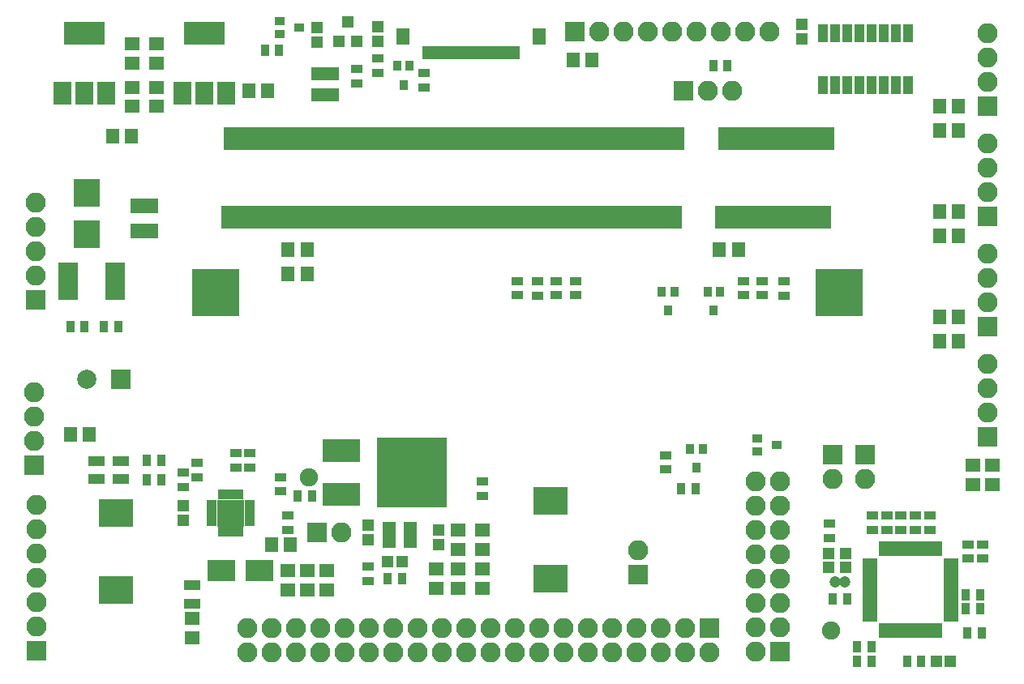
<source format=gts>
G04 #@! TF.FileFunction,Soldermask,Top*
%FSLAX46Y46*%
G04 Gerber Fmt 4.6, Leading zero omitted, Abs format (unit mm)*
G04 Created by KiCad (PCBNEW 4.0.6) date 05/08/17 11:25:49*
%MOMM*%
%LPD*%
G01*
G04 APERTURE LIST*
%ADD10C,0.100000*%
%ADD11R,0.650000X1.400000*%
%ADD12R,1.400000X1.740000*%
%ADD13R,1.650000X1.400000*%
%ADD14R,1.400000X1.650000*%
%ADD15R,1.150000X1.200000*%
%ADD16R,2.000000X2.000000*%
%ADD17C,2.000000*%
%ADD18R,1.200000X1.150000*%
%ADD19R,2.700000X2.900000*%
%ADD20R,0.850000X1.100000*%
%ADD21R,2.900000X2.200000*%
%ADD22R,3.900000X2.400000*%
%ADD23R,7.400000X7.400000*%
%ADD24R,1.050000X1.460000*%
%ADD25R,2.000000X3.900000*%
%ADD26R,4.200000X2.400000*%
%ADD27R,1.900000X2.400000*%
%ADD28R,1.460000X0.800000*%
%ADD29R,1.130000X0.700000*%
%ADD30R,0.700000X1.130000*%
%ADD31R,1.650000X1.650000*%
%ADD32R,1.000000X1.600000*%
%ADD33R,1.600000X1.000000*%
%ADD34R,1.200000X1.300000*%
%ADD35R,1.000000X1.900000*%
%ADD36R,2.100000X2.100000*%
%ADD37O,2.100000X2.100000*%
%ADD38R,3.600000X2.900000*%
%ADD39R,0.900000X1.300000*%
%ADD40R,1.300000X0.900000*%
%ADD41R,1.700000X1.100000*%
%ADD42R,1.050000X1.620000*%
%ADD43R,1.100000X0.850000*%
%ADD44C,1.200000*%
%ADD45C,1.900000*%
%ADD46R,0.750000X2.400000*%
%ADD47R,4.900000X5.000000*%
G04 APERTURE END LIST*
D10*
D11*
X165885000Y-41598000D03*
X165385000Y-41598000D03*
X164885000Y-41598000D03*
X164385000Y-41598000D03*
X163885000Y-41598000D03*
X163385000Y-41598000D03*
X162885000Y-41598000D03*
X162385000Y-41598000D03*
X161885000Y-41598000D03*
X161385000Y-41598000D03*
X160885000Y-41598000D03*
X160385000Y-41598000D03*
X159885000Y-41598000D03*
X159385000Y-41598000D03*
X158885000Y-41598000D03*
X158385000Y-41598000D03*
X157885000Y-41598000D03*
X157385000Y-41598000D03*
X156885000Y-41598000D03*
X156385000Y-41598000D03*
D12*
X168275000Y-39878000D03*
X153995000Y-39878000D03*
D13*
X162306000Y-91456000D03*
X162306000Y-93456000D03*
D14*
X125688600Y-50266600D03*
X123688600Y-50266600D03*
D13*
X159766000Y-91456000D03*
X159766000Y-93456000D03*
D15*
X157734000Y-92952000D03*
X157734000Y-91452000D03*
D13*
X125747200Y-42688000D03*
X125747200Y-40688000D03*
D15*
X150368000Y-90944000D03*
X150368000Y-92444000D03*
D16*
X124530000Y-75680000D03*
D17*
X121030000Y-75680000D03*
D14*
X139887200Y-45516800D03*
X137887200Y-45516800D03*
D18*
X153912000Y-94767400D03*
X152412000Y-94767400D03*
D13*
X128247200Y-42688000D03*
X128247200Y-40688000D03*
X159766000Y-97520000D03*
X159766000Y-95520000D03*
X162306000Y-97520000D03*
X162306000Y-95520000D03*
X157480000Y-97520000D03*
X157480000Y-95520000D03*
D15*
X131030000Y-90430000D03*
X131030000Y-88930000D03*
D14*
X121280000Y-81430000D03*
X119280000Y-81430000D03*
D13*
X146030000Y-95680000D03*
X146030000Y-97680000D03*
X144030000Y-95680000D03*
X144030000Y-97680000D03*
X142030000Y-95680000D03*
X142030000Y-97680000D03*
D14*
X189030000Y-62180000D03*
X187030000Y-62180000D03*
D13*
X128247200Y-45188000D03*
X128247200Y-47188000D03*
D14*
X142030000Y-62180000D03*
X144030000Y-62180000D03*
X142030000Y-64680000D03*
X144030000Y-64680000D03*
D13*
X125747200Y-45188000D03*
X125747200Y-47188000D03*
D15*
X200279000Y-95365000D03*
X200279000Y-93865000D03*
X198501000Y-95365000D03*
X198501000Y-93865000D03*
D18*
X211189000Y-105156000D03*
X209689000Y-105156000D03*
D14*
X171770800Y-42316400D03*
X173770800Y-42316400D03*
D15*
X145008600Y-40475600D03*
X145008600Y-38975600D03*
X151409400Y-38886000D03*
X151409400Y-40386000D03*
X195707000Y-40120000D03*
X195707000Y-38620000D03*
D13*
X215530000Y-86680000D03*
X215530000Y-84680000D03*
D14*
X210030000Y-71680000D03*
X212030000Y-71680000D03*
X210030000Y-60680000D03*
X212030000Y-60680000D03*
X210030000Y-49680000D03*
X212030000Y-49680000D03*
D13*
X213530000Y-86680000D03*
X213530000Y-84680000D03*
D14*
X210030000Y-69180000D03*
X212030000Y-69180000D03*
X210030000Y-58180000D03*
X212030000Y-58180000D03*
X210030000Y-47180000D03*
X212030000Y-47180000D03*
D19*
X120954800Y-60519200D03*
X120954800Y-56219200D03*
D20*
X185308000Y-82947000D03*
X184008000Y-82947000D03*
X184658000Y-84947000D03*
D21*
X139030000Y-95680000D03*
X135030000Y-95680000D03*
D22*
X147580000Y-83140000D03*
X147580000Y-87720000D03*
D23*
X154980000Y-85440000D03*
D24*
X144939800Y-45941200D03*
X145889800Y-45941200D03*
X146839800Y-45941200D03*
X146839800Y-43741200D03*
X144939800Y-43741200D03*
X145889800Y-43741200D03*
D25*
X123928200Y-65430400D03*
X119048200Y-65430400D03*
D26*
X120747200Y-39538000D03*
D27*
X120747200Y-45838000D03*
X123047200Y-45838000D03*
X118447200Y-45838000D03*
D28*
X154770000Y-92928000D03*
X154770000Y-92278000D03*
X154770000Y-91618000D03*
X154770000Y-90968000D03*
X152570000Y-90968000D03*
X152570000Y-91618000D03*
X152570000Y-92278000D03*
X152570000Y-92928000D03*
D26*
X133247200Y-39538000D03*
D27*
X133247200Y-45838000D03*
X135547200Y-45838000D03*
X130947200Y-45838000D03*
D29*
X134065000Y-88680000D03*
X134065000Y-89180000D03*
X134065000Y-89680000D03*
X134065000Y-90180000D03*
X134065000Y-90680000D03*
D30*
X135030000Y-91645000D03*
X135530000Y-91645000D03*
X136030000Y-91645000D03*
X136530000Y-91645000D03*
X137030000Y-91645000D03*
D29*
X137995000Y-90680000D03*
X137995000Y-90180000D03*
X137995000Y-89680000D03*
X137995000Y-89180000D03*
X137995000Y-88680000D03*
D30*
X137030000Y-87715000D03*
X136530000Y-87715000D03*
X136030000Y-87715000D03*
X135530000Y-87715000D03*
X135030000Y-87715000D03*
D31*
X136655000Y-90305000D03*
X136655000Y-89055000D03*
X135405000Y-90305000D03*
X135405000Y-89055000D03*
D32*
X204230000Y-101930000D03*
X205030000Y-101930000D03*
X205830000Y-101930000D03*
X206630000Y-101930000D03*
X207430000Y-101930000D03*
X208230000Y-101930000D03*
X209030000Y-101930000D03*
X209830000Y-101930000D03*
D33*
X211280000Y-100480000D03*
X211280000Y-99680000D03*
X211280000Y-98880000D03*
X211280000Y-98080000D03*
X211280000Y-97280000D03*
X211280000Y-96480000D03*
X211280000Y-95680000D03*
X211280000Y-94880000D03*
D32*
X209830000Y-93430000D03*
X209030000Y-93430000D03*
X208230000Y-93430000D03*
X207430000Y-93430000D03*
X206630000Y-93430000D03*
X205830000Y-93430000D03*
X205030000Y-93430000D03*
X204230000Y-93430000D03*
D33*
X202780000Y-94880000D03*
X202780000Y-95680000D03*
X202780000Y-96480000D03*
X202780000Y-97280000D03*
X202780000Y-98080000D03*
X202780000Y-98880000D03*
X202780000Y-99680000D03*
X202780000Y-100480000D03*
D34*
X147309800Y-40395400D03*
X149209800Y-40395400D03*
X148259800Y-38395400D03*
D35*
X206781400Y-39540200D03*
X205511400Y-39540200D03*
X204241400Y-39540200D03*
X202971400Y-39540200D03*
X201701400Y-39540200D03*
X200431400Y-39540200D03*
X199161400Y-39540200D03*
X197891400Y-39540200D03*
X197891400Y-44940200D03*
X199161400Y-44940200D03*
X200431400Y-44940200D03*
X201701400Y-44940200D03*
X202971400Y-44940200D03*
X204241400Y-44940200D03*
X205511400Y-44940200D03*
X206781400Y-44940200D03*
D36*
X178536600Y-96062800D03*
D37*
X178536600Y-93522800D03*
D36*
X183286400Y-45542200D03*
D37*
X185826400Y-45542200D03*
X188366400Y-45542200D03*
D36*
X145030000Y-91680000D03*
D37*
X147570000Y-91680000D03*
D38*
X169418000Y-88406000D03*
X169418000Y-96506000D03*
X124030000Y-97730000D03*
X124030000Y-89630000D03*
D39*
X184544400Y-87096600D03*
X183044400Y-87096600D03*
X143030000Y-87930000D03*
X144530000Y-87930000D03*
D40*
X181483000Y-83628800D03*
X181483000Y-85128800D03*
X162306000Y-86372000D03*
X162306000Y-87872000D03*
D39*
X122780000Y-70180000D03*
X124280000Y-70180000D03*
X119280000Y-70180000D03*
X120780000Y-70180000D03*
D40*
X198577200Y-90791600D03*
X198577200Y-92291600D03*
X132530000Y-85930000D03*
X132530000Y-84430000D03*
X131030000Y-86930000D03*
X131030000Y-85430000D03*
X141198600Y-87414800D03*
X141198600Y-85914800D03*
D39*
X152412000Y-96520000D03*
X153912000Y-96520000D03*
D40*
X150368000Y-95262000D03*
X150368000Y-96762000D03*
X136530000Y-83430000D03*
X136530000Y-84930000D03*
X138030000Y-83430000D03*
X138030000Y-84930000D03*
D39*
X127280000Y-86180000D03*
X128780000Y-86180000D03*
X127280000Y-84180000D03*
X128780000Y-84180000D03*
D41*
X124530000Y-84230000D03*
X124530000Y-86130000D03*
X122030000Y-84230000D03*
X122030000Y-86130000D03*
D40*
X165963600Y-65429000D03*
X165963600Y-66929000D03*
D39*
X187897200Y-42926000D03*
X186397200Y-42926000D03*
X208153000Y-105156000D03*
X206653000Y-105156000D03*
X202934000Y-103680000D03*
X201434000Y-103680000D03*
X202934000Y-105180000D03*
X201434000Y-105180000D03*
D40*
X193802000Y-65467800D03*
X193802000Y-66967800D03*
D39*
X198894000Y-98680000D03*
X200394000Y-98680000D03*
D40*
X168046400Y-66942400D03*
X168046400Y-65442400D03*
D39*
X139585000Y-41300400D03*
X141085000Y-41300400D03*
D40*
X206019400Y-91428000D03*
X206019400Y-89928000D03*
D39*
X214280000Y-98180000D03*
X212780000Y-98180000D03*
X214280000Y-99680000D03*
X212780000Y-99680000D03*
D40*
X213030000Y-92930000D03*
X213030000Y-94430000D03*
X214530000Y-92930000D03*
X214530000Y-94430000D03*
X207530000Y-89930000D03*
X207530000Y-91430000D03*
X209030000Y-89930000D03*
X209030000Y-91430000D03*
X203030000Y-89930000D03*
X203030000Y-91430000D03*
X204530000Y-89930000D03*
X204530000Y-91430000D03*
D39*
X212928200Y-102235000D03*
X214428200Y-102235000D03*
D40*
X189530000Y-65430000D03*
X189530000Y-66930000D03*
X170030000Y-65430000D03*
X170030000Y-66930000D03*
X191530000Y-65430000D03*
X191530000Y-66930000D03*
X172030000Y-65430000D03*
X172030000Y-66930000D03*
X156235400Y-43686600D03*
X156235400Y-45186600D03*
X149148800Y-43268200D03*
X149148800Y-44768200D03*
X151384000Y-42201400D03*
X151384000Y-43701400D03*
D42*
X127950000Y-57618000D03*
X127000000Y-57618000D03*
X126050000Y-57618000D03*
X126050000Y-60238000D03*
X127000000Y-60238000D03*
X127950000Y-60238000D03*
D43*
X191024000Y-81900000D03*
X191024000Y-83200000D03*
X193024000Y-82550000D03*
D20*
X187111400Y-66513200D03*
X185811400Y-66513200D03*
X186461400Y-68513200D03*
X182336200Y-66538600D03*
X181036200Y-66538600D03*
X181686200Y-68538600D03*
X154711400Y-42926000D03*
X153411400Y-42926000D03*
X154061400Y-44926000D03*
D43*
X141138400Y-38313600D03*
X141138400Y-39613600D03*
X143138400Y-38963600D03*
D36*
X186030000Y-101680000D03*
D37*
X186030000Y-104220000D03*
X183490000Y-101680000D03*
X183490000Y-104220000D03*
X180950000Y-101680000D03*
X180950000Y-104220000D03*
X178410000Y-101680000D03*
X178410000Y-104220000D03*
X175870000Y-101680000D03*
X175870000Y-104220000D03*
X173330000Y-101680000D03*
X173330000Y-104220000D03*
X170790000Y-101680000D03*
X170790000Y-104220000D03*
X168250000Y-101680000D03*
X168250000Y-104220000D03*
X165710000Y-101680000D03*
X165710000Y-104220000D03*
X163170000Y-101680000D03*
X163170000Y-104220000D03*
X160630000Y-101680000D03*
X160630000Y-104220000D03*
X158090000Y-101680000D03*
X158090000Y-104220000D03*
X155550000Y-101680000D03*
X155550000Y-104220000D03*
X153010000Y-101680000D03*
X153010000Y-104220000D03*
X150470000Y-101680000D03*
X150470000Y-104220000D03*
X147930000Y-101680000D03*
X147930000Y-104220000D03*
X145390000Y-101680000D03*
X145390000Y-104220000D03*
X142850000Y-101680000D03*
X142850000Y-104220000D03*
X140310000Y-101680000D03*
X140310000Y-104220000D03*
X137770000Y-101680000D03*
X137770000Y-104220000D03*
D36*
X193421000Y-104140000D03*
D37*
X190881000Y-104140000D03*
X193421000Y-101600000D03*
X190881000Y-101600000D03*
X193421000Y-99060000D03*
X190881000Y-99060000D03*
X193421000Y-96520000D03*
X190881000Y-96520000D03*
X193421000Y-93980000D03*
X190881000Y-93980000D03*
X193421000Y-91440000D03*
X190881000Y-91440000D03*
X193421000Y-88900000D03*
X190881000Y-88900000D03*
X193421000Y-86360000D03*
X190881000Y-86360000D03*
D36*
X115646200Y-67437000D03*
D37*
X115646200Y-64897000D03*
X115646200Y-62357000D03*
X115646200Y-59817000D03*
X115646200Y-57277000D03*
D36*
X115780000Y-104050000D03*
D37*
X115780000Y-101510000D03*
X115780000Y-98970000D03*
X115780000Y-96430000D03*
X115780000Y-93890000D03*
X115780000Y-91350000D03*
X115780000Y-88810000D03*
D36*
X202311000Y-83566000D03*
D37*
X202311000Y-86106000D03*
D36*
X198882000Y-83566000D03*
D37*
X198882000Y-86106000D03*
D36*
X115530000Y-84680000D03*
D37*
X115530000Y-82140000D03*
X115530000Y-79600000D03*
X115530000Y-77060000D03*
D36*
X171958000Y-39370000D03*
D37*
X174498000Y-39370000D03*
X177038000Y-39370000D03*
X179578000Y-39370000D03*
X182118000Y-39370000D03*
X184658000Y-39370000D03*
X187198000Y-39370000D03*
X189738000Y-39370000D03*
X192278000Y-39370000D03*
D36*
X215030000Y-81680000D03*
D37*
X215030000Y-79140000D03*
X215030000Y-76600000D03*
X215030000Y-74060000D03*
D36*
X215030000Y-70180000D03*
D37*
X215030000Y-67640000D03*
X215030000Y-65100000D03*
X215030000Y-62560000D03*
D36*
X215030000Y-58680000D03*
D37*
X215030000Y-56140000D03*
X215030000Y-53600000D03*
X215030000Y-51060000D03*
D36*
X215030000Y-47180000D03*
D37*
X215030000Y-44640000D03*
X215030000Y-42100000D03*
X215030000Y-39560000D03*
D44*
X200144000Y-96901000D03*
X199144000Y-96901000D03*
D13*
X132030000Y-102680000D03*
X132030000Y-100680000D03*
D41*
X132030000Y-99130000D03*
X132030000Y-97230000D03*
D45*
X198755000Y-101981000D03*
X144195800Y-85902800D03*
D14*
X142280000Y-92930000D03*
X140280000Y-92930000D03*
D40*
X142011400Y-89928000D03*
X142011400Y-91428000D03*
D46*
X183080000Y-50580000D03*
X198680000Y-50580000D03*
D47*
X199580000Y-66680000D03*
X134480000Y-66680000D03*
D46*
X198380000Y-58779999D03*
X198080000Y-50580000D03*
X197780000Y-58779999D03*
X197480000Y-50580000D03*
X197180000Y-58779999D03*
X196880000Y-50580000D03*
X196580000Y-58779999D03*
X196280000Y-50580000D03*
X195980000Y-58779999D03*
X195680000Y-50580000D03*
X195380000Y-58779999D03*
X195080000Y-50580000D03*
X194780000Y-58779999D03*
X194480000Y-50580000D03*
X194180000Y-58779999D03*
X193880000Y-50580000D03*
X193580000Y-58779999D03*
X193280000Y-50580000D03*
X192980000Y-58779999D03*
X192680000Y-50580000D03*
X192380000Y-58779999D03*
X192080000Y-50580000D03*
X191780000Y-58779999D03*
X191480000Y-50580000D03*
X191180000Y-58779999D03*
X190880000Y-50580000D03*
X190580000Y-58779999D03*
X190280000Y-50580000D03*
X189980000Y-58779999D03*
X189680000Y-50580000D03*
X189380000Y-58779999D03*
X189080000Y-50580000D03*
X188780000Y-58779999D03*
X188480000Y-50580000D03*
X188180000Y-58779999D03*
X187880000Y-50580000D03*
X187580000Y-58779999D03*
X187280000Y-50580000D03*
X186980000Y-58779999D03*
X182780000Y-58779999D03*
X182480000Y-50580000D03*
X182180000Y-58779999D03*
X181880000Y-50580000D03*
X181580000Y-58779999D03*
X181280000Y-50580000D03*
X180980000Y-58779999D03*
X180680000Y-50580000D03*
X180380000Y-58779999D03*
X180080000Y-50580000D03*
X179780000Y-58779999D03*
X179480000Y-50580000D03*
X179180000Y-58779999D03*
X178880000Y-50580000D03*
X178580000Y-58779999D03*
X178280000Y-50580000D03*
X177980000Y-58779999D03*
X177680000Y-50580000D03*
X177380000Y-58779999D03*
X177080000Y-50580000D03*
X176780000Y-58779999D03*
X176480000Y-50580000D03*
X176180000Y-58779999D03*
X175880000Y-50580000D03*
X175580000Y-58779999D03*
X175280000Y-50580000D03*
X174980000Y-58779999D03*
X174680000Y-50580000D03*
X174380000Y-58779999D03*
X174080000Y-50580000D03*
X173780000Y-58779999D03*
X173480000Y-50580000D03*
X173180000Y-58779999D03*
X172880000Y-50580000D03*
X172580000Y-58779999D03*
X172280000Y-50580000D03*
X171980000Y-58779999D03*
X171680000Y-50580000D03*
X171380000Y-58779999D03*
X171080000Y-50580000D03*
X170780000Y-58779999D03*
X170480000Y-50580000D03*
X170180000Y-58779999D03*
X169880000Y-50580000D03*
X169580000Y-58779999D03*
X169280000Y-50580000D03*
X168980000Y-58779999D03*
X168680000Y-50580000D03*
X168380000Y-58779999D03*
X168080000Y-50580000D03*
X167780000Y-58779999D03*
X167480000Y-50580000D03*
X167180000Y-58779999D03*
X166880000Y-50580000D03*
X166580000Y-58779999D03*
X166280000Y-50580000D03*
X165980000Y-58779999D03*
X165680000Y-50580000D03*
X165380000Y-58779999D03*
X165080000Y-50580000D03*
X164780000Y-58779999D03*
X164480000Y-50580000D03*
X164180000Y-58779999D03*
X163880000Y-50580000D03*
X163580000Y-58779999D03*
X163280000Y-50580000D03*
X162980000Y-58779999D03*
X162680000Y-50580000D03*
X162380000Y-58779999D03*
X162080000Y-50580000D03*
X161780000Y-58779999D03*
X161480000Y-50580000D03*
X161180000Y-58779999D03*
X160880000Y-50580000D03*
X160580000Y-58779999D03*
X160280000Y-50580000D03*
X159980000Y-58779999D03*
X159680000Y-50580000D03*
X159380000Y-58779999D03*
X159080000Y-50580000D03*
X158780000Y-58779999D03*
X158480000Y-50580000D03*
X158180000Y-58779999D03*
X157880000Y-50580000D03*
X157580000Y-58779999D03*
X157280000Y-50580000D03*
X156980000Y-58779999D03*
X156680000Y-50580000D03*
X156380000Y-58779999D03*
X156080000Y-50580000D03*
X155780000Y-58779999D03*
X155480000Y-50580000D03*
X155180000Y-58779999D03*
X154880000Y-50580000D03*
X154580000Y-58779999D03*
X154280000Y-50580000D03*
X153980000Y-58779999D03*
X153680000Y-50580000D03*
X153380000Y-58779999D03*
X153080000Y-50580000D03*
X152780000Y-58779999D03*
X152480000Y-50580000D03*
X152180000Y-58779999D03*
X151880000Y-50580000D03*
X151580000Y-58779999D03*
X151280000Y-50580000D03*
X150980000Y-58779999D03*
X150680000Y-50580000D03*
X150380000Y-58779999D03*
X150080000Y-50580000D03*
X149780000Y-58779999D03*
X149480000Y-50580000D03*
X149180000Y-58779999D03*
X148880000Y-50580000D03*
X148580000Y-58779999D03*
X148280000Y-50580000D03*
X147980000Y-58779999D03*
X147680000Y-50580000D03*
X147380000Y-58779999D03*
X147080000Y-50580000D03*
X146780000Y-58779999D03*
X146480000Y-50580000D03*
X146180000Y-58779999D03*
X145880000Y-50580000D03*
X145580000Y-58779999D03*
X145280000Y-50580000D03*
X144980000Y-58779999D03*
X144680000Y-50580000D03*
X144380000Y-58779999D03*
X144080000Y-50580000D03*
X143780000Y-58779999D03*
X143480000Y-50580000D03*
X143180000Y-58779999D03*
X142880000Y-50580000D03*
X142580000Y-58779999D03*
X142280000Y-50580000D03*
X141980000Y-58779999D03*
X141680000Y-50580000D03*
X141380000Y-58779999D03*
X141080000Y-50580000D03*
X140780000Y-58779999D03*
X140480000Y-50580000D03*
X140180000Y-58779999D03*
X139880000Y-50580000D03*
X139580000Y-58779999D03*
X139280000Y-50580000D03*
X138980000Y-58779999D03*
X138680000Y-50580000D03*
X138380000Y-58779999D03*
X138080000Y-50580000D03*
X137780000Y-58779999D03*
X137480000Y-50580000D03*
X137180000Y-58779999D03*
X136880000Y-50580000D03*
X136580000Y-58779999D03*
X136280000Y-50580000D03*
X135980000Y-58779999D03*
X135680000Y-50580000D03*
X135380000Y-58779999D03*
M02*

</source>
